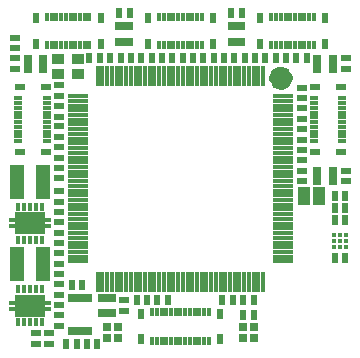
<source format=gts>
G04*
G04 #@! TF.GenerationSoftware,Altium Limited,Altium Designer,25.3.3 (18)*
G04*
G04 Layer_Color=8388736*
%FSLAX44Y44*%
%MOMM*%
G71*
G04*
G04 #@! TF.SameCoordinates,3D6F95C3-3EEA-4EE9-ABCE-244942E3EF3B*
G04*
G04*
G04 #@! TF.FilePolarity,Negative*
G04*
G01*
G75*
%ADD31C,0.5000*%
%ADD32C,1.0000*%
%ADD33R,0.7032X0.4532*%
%ADD34R,2.6032X1.8532*%
%ADD35R,0.4432X0.8032*%
%ADD36R,0.9032X0.6032*%
%ADD37R,0.6032X0.9032*%
%ADD38R,1.2032X2.9032*%
%ADD39R,0.5232X0.8532*%
%ADD40R,0.4232X0.6782*%
%ADD41R,0.6782X0.4232*%
%ADD42R,0.8532X0.5232*%
%ADD43R,1.6532X0.4032*%
%ADD44R,0.4032X1.6532*%
%ADD45R,0.5032X0.6532*%
%ADD46R,0.7532X0.7532*%
%ADD47R,0.9832X0.8832*%
%ADD48C,0.4532*%
%ADD49R,1.0032X1.5032*%
%ADD50R,0.5032X0.7032*%
%ADD51R,0.7032X0.5032*%
D31*
X237500Y235000D02*
G03*
X237500Y235000I-2500J0D01*
G01*
D32*
X240000D02*
G03*
X240000Y235000I-5000J0D01*
G01*
X230000D02*
X240000D01*
D33*
X8000Y110000D02*
D03*
Y115000D02*
D03*
X37000Y110000D02*
D03*
Y115000D02*
D03*
Y45000D02*
D03*
Y40000D02*
D03*
X8000Y45000D02*
D03*
Y40000D02*
D03*
D34*
X22500Y112500D02*
D03*
Y42500D02*
D03*
D35*
X32500Y98500D02*
D03*
X27500D02*
D03*
X22500D02*
D03*
X17500D02*
D03*
X12500D02*
D03*
Y126500D02*
D03*
X17500D02*
D03*
X22500D02*
D03*
X27500D02*
D03*
X32500D02*
D03*
Y56500D02*
D03*
X27500D02*
D03*
X22500D02*
D03*
X17500D02*
D03*
X12500D02*
D03*
Y28500D02*
D03*
X17500D02*
D03*
X22500D02*
D03*
X27500D02*
D03*
X32500D02*
D03*
D36*
X47500Y104500D02*
D03*
Y95500D02*
D03*
Y113000D02*
D03*
Y122000D02*
D03*
X27500Y10500D02*
D03*
Y19500D02*
D03*
X38750D02*
D03*
Y10500D02*
D03*
X47500Y25500D02*
D03*
Y34500D02*
D03*
X252500Y157000D02*
D03*
Y148000D02*
D03*
Y209500D02*
D03*
Y200500D02*
D03*
X47500Y87000D02*
D03*
Y78000D02*
D03*
Y159500D02*
D03*
Y150500D02*
D03*
Y130500D02*
D03*
Y139500D02*
D03*
Y43000D02*
D03*
Y52000D02*
D03*
Y69500D02*
D03*
Y60500D02*
D03*
Y168000D02*
D03*
Y177000D02*
D03*
X10000Y260500D02*
D03*
Y269500D02*
D03*
X252500Y227000D02*
D03*
Y218000D02*
D03*
X102500Y47000D02*
D03*
Y38000D02*
D03*
X290000Y148000D02*
D03*
Y157000D02*
D03*
Y243000D02*
D03*
Y252000D02*
D03*
X10000Y252000D02*
D03*
Y243000D02*
D03*
X47500Y185500D02*
D03*
Y194500D02*
D03*
X252500Y192000D02*
D03*
Y183000D02*
D03*
X47500Y211500D02*
D03*
Y202500D02*
D03*
X252500Y165500D02*
D03*
Y174500D02*
D03*
X47500Y229500D02*
D03*
Y220500D02*
D03*
D37*
X70500Y10000D02*
D03*
X79500D02*
D03*
X62000D02*
D03*
X53000D02*
D03*
X185500Y47500D02*
D03*
X194500D02*
D03*
X130500D02*
D03*
X139500D02*
D03*
X195500Y252500D02*
D03*
X204500D02*
D03*
X143000D02*
D03*
X152000D02*
D03*
X108000D02*
D03*
X117000D02*
D03*
X125500D02*
D03*
X134500D02*
D03*
X213000D02*
D03*
X222000D02*
D03*
X67000Y60000D02*
D03*
X58000D02*
D03*
X289500Y115000D02*
D03*
X280500D02*
D03*
Y82500D02*
D03*
X289500D02*
D03*
X203000Y35000D02*
D03*
X212000D02*
D03*
X202000Y290000D02*
D03*
X193000D02*
D03*
X107000D02*
D03*
X98000D02*
D03*
X212000Y47500D02*
D03*
X203000D02*
D03*
X122000D02*
D03*
X113000D02*
D03*
X73000Y252500D02*
D03*
X82000D02*
D03*
X160500D02*
D03*
X169500D02*
D03*
X230500D02*
D03*
X239500D02*
D03*
X99500D02*
D03*
X90500D02*
D03*
X187000D02*
D03*
X178000D02*
D03*
X257000D02*
D03*
X248000D02*
D03*
X289500Y125000D02*
D03*
X280500D02*
D03*
X289500Y135000D02*
D03*
X280500D02*
D03*
D38*
X11500Y147500D02*
D03*
X33500D02*
D03*
Y77500D02*
D03*
X11500D02*
D03*
D39*
X116500Y14150D02*
D03*
X183500D02*
D03*
Y35850D02*
D03*
X116500D02*
D03*
X82500Y285850D02*
D03*
X27500D02*
D03*
Y264150D02*
D03*
X82500D02*
D03*
X177500Y285850D02*
D03*
X122500D02*
D03*
Y264150D02*
D03*
X177500D02*
D03*
X272500Y285850D02*
D03*
X217500D02*
D03*
Y264150D02*
D03*
X272500D02*
D03*
D40*
X174000Y37120D02*
D03*
X170000D02*
D03*
X166000D02*
D03*
X162000D02*
D03*
X158000D02*
D03*
X154000D02*
D03*
X150000D02*
D03*
X146000D02*
D03*
X142000D02*
D03*
X138000D02*
D03*
X134000D02*
D03*
X130000D02*
D03*
X126000D02*
D03*
X174000Y12875D02*
D03*
X170000D02*
D03*
X166000D02*
D03*
X162000D02*
D03*
X158000D02*
D03*
X154000D02*
D03*
X150000D02*
D03*
X146000D02*
D03*
X142000D02*
D03*
X138000D02*
D03*
X134000D02*
D03*
X130000D02*
D03*
X126000D02*
D03*
X57000Y287120D02*
D03*
X53000D02*
D03*
X61000D02*
D03*
X49000D02*
D03*
X73000D02*
D03*
X69000D02*
D03*
X65000D02*
D03*
X37000Y262880D02*
D03*
X41000D02*
D03*
X45000D02*
D03*
X49000D02*
D03*
X53000D02*
D03*
X57000D02*
D03*
X61000D02*
D03*
X65000D02*
D03*
X69000D02*
D03*
X73000D02*
D03*
X37000Y287120D02*
D03*
X41000D02*
D03*
X45000D02*
D03*
X152000D02*
D03*
X148000D02*
D03*
X156000D02*
D03*
X144000D02*
D03*
X168000D02*
D03*
X164000D02*
D03*
X160000D02*
D03*
X132000Y262880D02*
D03*
X136000D02*
D03*
X140000D02*
D03*
X144000D02*
D03*
X148000D02*
D03*
X152000D02*
D03*
X156000D02*
D03*
X160000D02*
D03*
X164000D02*
D03*
X168000D02*
D03*
X132000Y287120D02*
D03*
X136000D02*
D03*
X140000D02*
D03*
X247000D02*
D03*
X243000D02*
D03*
X251000D02*
D03*
X239000D02*
D03*
X263000D02*
D03*
X259000D02*
D03*
X255000D02*
D03*
X227000Y262880D02*
D03*
X231000D02*
D03*
X235000D02*
D03*
X239000D02*
D03*
X243000D02*
D03*
X247000D02*
D03*
X251000D02*
D03*
X255000D02*
D03*
X259000D02*
D03*
X263000D02*
D03*
X227000Y287120D02*
D03*
X231000D02*
D03*
X235000D02*
D03*
D41*
X12880Y202000D02*
D03*
Y198000D02*
D03*
Y206000D02*
D03*
Y194000D02*
D03*
Y218000D02*
D03*
Y214000D02*
D03*
Y210000D02*
D03*
X37120Y182000D02*
D03*
Y186000D02*
D03*
Y190000D02*
D03*
Y194000D02*
D03*
Y198000D02*
D03*
Y202000D02*
D03*
Y206000D02*
D03*
Y210000D02*
D03*
Y214000D02*
D03*
Y218000D02*
D03*
X12880Y182000D02*
D03*
Y186000D02*
D03*
Y190000D02*
D03*
X287120Y198000D02*
D03*
Y202000D02*
D03*
Y194000D02*
D03*
Y206000D02*
D03*
Y182000D02*
D03*
Y186000D02*
D03*
Y190000D02*
D03*
X262880Y218000D02*
D03*
Y214000D02*
D03*
Y210000D02*
D03*
Y206000D02*
D03*
Y202000D02*
D03*
Y198000D02*
D03*
Y194000D02*
D03*
Y190000D02*
D03*
Y186000D02*
D03*
Y182000D02*
D03*
X287120Y218000D02*
D03*
Y214000D02*
D03*
Y210000D02*
D03*
D42*
X14150Y227500D02*
D03*
Y172500D02*
D03*
X35850D02*
D03*
Y227500D02*
D03*
X285850Y172500D02*
D03*
Y227500D02*
D03*
X264150D02*
D03*
Y172500D02*
D03*
D43*
X237000Y108000D02*
D03*
Y100000D02*
D03*
Y96000D02*
D03*
Y88000D02*
D03*
Y80000D02*
D03*
Y84000D02*
D03*
Y104000D02*
D03*
Y92000D02*
D03*
Y180000D02*
D03*
Y176000D02*
D03*
Y160000D02*
D03*
Y172000D02*
D03*
Y184000D02*
D03*
Y164000D02*
D03*
Y152000D02*
D03*
Y168000D02*
D03*
Y156000D02*
D03*
Y112000D02*
D03*
Y132000D02*
D03*
Y128000D02*
D03*
Y136000D02*
D03*
Y140000D02*
D03*
Y144000D02*
D03*
Y148000D02*
D03*
Y120000D02*
D03*
Y124000D02*
D03*
Y116000D02*
D03*
Y196000D02*
D03*
Y216000D02*
D03*
Y204000D02*
D03*
Y212000D02*
D03*
Y208000D02*
D03*
Y188000D02*
D03*
Y200000D02*
D03*
Y220000D02*
D03*
Y192000D02*
D03*
X63000Y80000D02*
D03*
Y84000D02*
D03*
Y88000D02*
D03*
Y92000D02*
D03*
Y96000D02*
D03*
Y100000D02*
D03*
Y104000D02*
D03*
Y108000D02*
D03*
Y112000D02*
D03*
Y116000D02*
D03*
Y120000D02*
D03*
Y124000D02*
D03*
Y128000D02*
D03*
Y132000D02*
D03*
Y136000D02*
D03*
Y140000D02*
D03*
Y144000D02*
D03*
Y148000D02*
D03*
Y152000D02*
D03*
Y156000D02*
D03*
Y160000D02*
D03*
Y164000D02*
D03*
Y168000D02*
D03*
Y172000D02*
D03*
Y176000D02*
D03*
Y180000D02*
D03*
Y184000D02*
D03*
Y188000D02*
D03*
Y192000D02*
D03*
Y196000D02*
D03*
Y200000D02*
D03*
Y204000D02*
D03*
Y208000D02*
D03*
Y212000D02*
D03*
Y216000D02*
D03*
Y220000D02*
D03*
D44*
X80000Y63000D02*
D03*
X116000D02*
D03*
X128000D02*
D03*
X120000D02*
D03*
X124000D02*
D03*
X132000D02*
D03*
X136000D02*
D03*
X140000D02*
D03*
X144000D02*
D03*
X148000D02*
D03*
X152000D02*
D03*
X156000D02*
D03*
X92000D02*
D03*
X220000D02*
D03*
X196000D02*
D03*
X200000D02*
D03*
X180000D02*
D03*
X216000D02*
D03*
X212000D02*
D03*
X208000D02*
D03*
X184000D02*
D03*
X188000D02*
D03*
X192000D02*
D03*
X204000D02*
D03*
X172000D02*
D03*
X176000D02*
D03*
X168000D02*
D03*
X164000D02*
D03*
X84000D02*
D03*
X88000D02*
D03*
X160000D02*
D03*
X96000D02*
D03*
X100000D02*
D03*
X104000D02*
D03*
X108000D02*
D03*
X112000D02*
D03*
X80000Y237000D02*
D03*
X84000D02*
D03*
X88000D02*
D03*
X92000D02*
D03*
X96000D02*
D03*
X100000D02*
D03*
X104000D02*
D03*
X108000D02*
D03*
X112000D02*
D03*
X116000D02*
D03*
X120000D02*
D03*
X124000D02*
D03*
X128000D02*
D03*
X132000D02*
D03*
X136000D02*
D03*
X140000D02*
D03*
X144000D02*
D03*
X148000D02*
D03*
X152000D02*
D03*
X156000D02*
D03*
X160000D02*
D03*
X164000D02*
D03*
X168000D02*
D03*
X172000D02*
D03*
X176000D02*
D03*
X180000D02*
D03*
X184000D02*
D03*
X188000D02*
D03*
X192000D02*
D03*
X196000D02*
D03*
X200000D02*
D03*
X204000D02*
D03*
X208000D02*
D03*
X212000D02*
D03*
X216000D02*
D03*
X220000D02*
D03*
D45*
X72500Y49250D02*
D03*
Y20750D02*
D03*
X57500Y49250D02*
D03*
X62500D02*
D03*
X67500D02*
D03*
Y20750D02*
D03*
X62500D02*
D03*
X57500D02*
D03*
D46*
X87750Y15250D02*
D03*
Y24750D02*
D03*
X97250D02*
D03*
Y15250D02*
D03*
X202750D02*
D03*
Y24750D02*
D03*
X212250D02*
D03*
Y15250D02*
D03*
D47*
X63650Y251650D02*
D03*
Y238350D02*
D03*
X46350D02*
D03*
Y251650D02*
D03*
D48*
X285000Y97500D02*
D03*
X280000D02*
D03*
Y102500D02*
D03*
X285000D02*
D03*
X290000D02*
D03*
Y97500D02*
D03*
Y92500D02*
D03*
X285000D02*
D03*
X280000D02*
D03*
D49*
X254400Y135000D02*
D03*
X267500D02*
D03*
D50*
X82500Y36000D02*
D03*
Y49000D02*
D03*
X87500D02*
D03*
X92500D02*
D03*
X87500Y36000D02*
D03*
X92500D02*
D03*
X192500Y266000D02*
D03*
Y279000D02*
D03*
X197500D02*
D03*
X202500D02*
D03*
X197500Y266000D02*
D03*
X202500D02*
D03*
X97500D02*
D03*
Y279000D02*
D03*
X102500D02*
D03*
X107500D02*
D03*
X102500Y266000D02*
D03*
X107500D02*
D03*
D51*
X266000Y157500D02*
D03*
X279000D02*
D03*
Y152500D02*
D03*
Y147500D02*
D03*
X266000Y152500D02*
D03*
Y147500D02*
D03*
X34000Y242500D02*
D03*
X21000D02*
D03*
Y247500D02*
D03*
Y252500D02*
D03*
X34000Y247500D02*
D03*
Y252500D02*
D03*
X266000D02*
D03*
X279000D02*
D03*
Y247500D02*
D03*
Y242500D02*
D03*
X266000Y247500D02*
D03*
Y242500D02*
D03*
M02*

</source>
